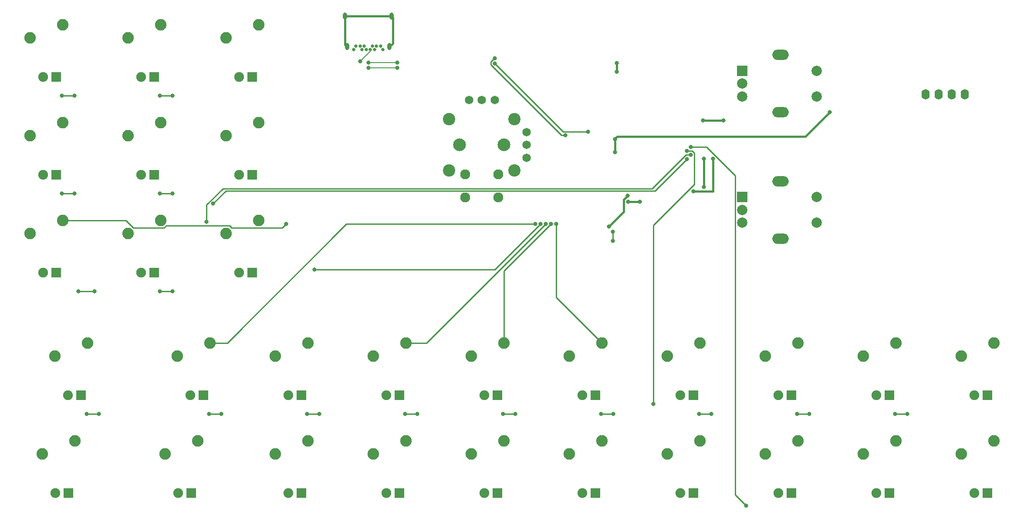
<source format=gbr>
%TF.GenerationSoftware,KiCad,Pcbnew,(6.0.5)*%
%TF.CreationDate,2022-05-15T08:17:35-07:00*%
%TF.ProjectId,3HMouse,33484d6f-7573-4652-9e6b-696361645f70,rev?*%
%TF.SameCoordinates,Original*%
%TF.FileFunction,Copper,L2,Bot*%
%TF.FilePolarity,Positive*%
%FSLAX46Y46*%
G04 Gerber Fmt 4.6, Leading zero omitted, Abs format (unit mm)*
G04 Created by KiCad (PCBNEW (6.0.5)) date 2022-05-15 08:17:35*
%MOMM*%
%LPD*%
G01*
G04 APERTURE LIST*
%TA.AperFunction,ComponentPad*%
%ADD10O,1.600000X2.000000*%
%TD*%
%TA.AperFunction,ComponentPad*%
%ADD11C,0.650000*%
%TD*%
%TA.AperFunction,ComponentPad*%
%ADD12O,0.800000X1.400000*%
%TD*%
%TA.AperFunction,ComponentPad*%
%ADD13C,2.250000*%
%TD*%
%TA.AperFunction,ComponentPad*%
%ADD14C,1.905000*%
%TD*%
%TA.AperFunction,ComponentPad*%
%ADD15R,1.905000X1.905000*%
%TD*%
%TA.AperFunction,WasherPad*%
%ADD16O,3.200000X2.000000*%
%TD*%
%TA.AperFunction,ComponentPad*%
%ADD17R,2.000000X2.000000*%
%TD*%
%TA.AperFunction,ComponentPad*%
%ADD18C,2.000000*%
%TD*%
%TA.AperFunction,ComponentPad*%
%ADD19C,1.950000*%
%TD*%
%TA.AperFunction,ComponentPad*%
%ADD20C,1.650000*%
%TD*%
%TA.AperFunction,ComponentPad*%
%ADD21C,2.400000*%
%TD*%
%TA.AperFunction,ComponentPad*%
%ADD22C,2.475000*%
%TD*%
%TA.AperFunction,ViaPad*%
%ADD23C,0.800000*%
%TD*%
%TA.AperFunction,Conductor*%
%ADD24C,0.200000*%
%TD*%
%TA.AperFunction,Conductor*%
%ADD25C,0.381000*%
%TD*%
%TA.AperFunction,Conductor*%
%ADD26C,0.254000*%
%TD*%
G04 APERTURE END LIST*
D10*
%TO.P,Brd1,4,SDA*%
%TO.N,unconnected-(Brd1-Pad4)*%
X219106250Y-49725000D03*
%TO.P,Brd1,3,SCL*%
%TO.N,unconnected-(Brd1-Pad3)*%
X216566250Y-49725000D03*
%TO.P,Brd1,1,GND*%
%TO.N,GND*%
X211486250Y-49725000D03*
%TO.P,Brd1,2,VCC*%
%TO.N,+5V*%
X214026250Y-49725000D03*
%TD*%
D11*
%TO.P,J1,B1,GND*%
%TO.N,GND*%
X100387500Y-41016250D03*
%TO.P,J1,B2,TX2+*%
%TO.N,unconnected-(J1-PadB2)*%
X100787500Y-40316250D03*
%TO.P,J1,B3,TX2-*%
%TO.N,unconnected-(J1-PadB3)*%
X101587500Y-40316250D03*
%TO.P,J1,B4,VBUS*%
%TO.N,VBUS*%
X101987500Y-41016250D03*
%TO.P,J1,B5,CC2*%
%TO.N,CC2*%
X102387500Y-40316250D03*
%TO.P,J1,B6,D+*%
%TO.N,D+*%
X102787500Y-41016250D03*
%TO.P,J1,B7,D-*%
%TO.N,D-*%
X103587500Y-41016250D03*
%TO.P,J1,B8,SBU2*%
%TO.N,unconnected-(J1-PadB8)*%
X103987500Y-40316250D03*
%TO.P,J1,B9,VBUS*%
%TO.N,VBUS*%
X104387500Y-41016250D03*
%TO.P,J1,B10,RX1-*%
%TO.N,unconnected-(J1-PadB10)*%
X104787500Y-40316250D03*
%TO.P,J1,B11,RX1+*%
%TO.N,unconnected-(J1-PadB11)*%
X105587500Y-40316250D03*
%TO.P,J1,B12,GND*%
%TO.N,GND*%
X105987500Y-41016250D03*
D12*
%TO.P,J1,S1,SHIELD*%
X98697500Y-34466250D03*
X99057500Y-40416250D03*
X107677500Y-34466250D03*
X107317500Y-40416250D03*
%TD*%
D13*
%TO.P,SW29,2*%
%TO.N,COL9*%
X224790000Y-117157500D03*
%TO.P,SW29,1*%
%TO.N,Net-(D29-Pad2)*%
X218440000Y-119697500D03*
D14*
%TO.P,SW29,3*%
%TO.N,N/C*%
X220980000Y-127317500D03*
D15*
%TO.P,SW29,4*%
X223520000Y-127317500D03*
%TD*%
D13*
%TO.P,SW28,2*%
%TO.N,COL9*%
X224790000Y-98107500D03*
%TO.P,SW28,1*%
%TO.N,Net-(D28-Pad2)*%
X218440000Y-100647500D03*
D14*
%TO.P,SW28,3*%
%TO.N,N/C*%
X220980000Y-108267500D03*
D15*
%TO.P,SW28,4*%
X223520000Y-108267500D03*
%TD*%
D13*
%TO.P,SW27,2*%
%TO.N,COL8*%
X205740000Y-117157500D03*
%TO.P,SW27,1*%
%TO.N,Net-(D27-Pad2)*%
X199390000Y-119697500D03*
D14*
%TO.P,SW27,3*%
%TO.N,N/C*%
X201930000Y-127317500D03*
D15*
%TO.P,SW27,4*%
X204470000Y-127317500D03*
%TD*%
D13*
%TO.P,SW26,2*%
%TO.N,COL8*%
X205740000Y-98107500D03*
%TO.P,SW26,1*%
%TO.N,Net-(D26-Pad2)*%
X199390000Y-100647500D03*
D14*
%TO.P,SW26,3*%
%TO.N,N/C*%
X201930000Y-108267500D03*
D15*
%TO.P,SW26,4*%
X204470000Y-108267500D03*
%TD*%
D16*
%TO.P,SW31,*%
%TO.N,*%
X183356250Y-53225000D03*
X183356250Y-42025000D03*
D17*
%TO.P,SW31,A,A*%
%TO.N,unconnected-(SW31-PadA)*%
X175856250Y-45125000D03*
D18*
%TO.P,SW31,B,B*%
%TO.N,unconnected-(SW31-PadB)*%
X175856250Y-50125000D03*
%TO.P,SW31,C,C*%
%TO.N,unconnected-(SW31-PadC)*%
X175856250Y-47625000D03*
%TO.P,SW31,S1*%
%TO.N,N/C*%
X190356250Y-50125000D03*
%TO.P,SW31,S2*%
X190356250Y-45125000D03*
%TD*%
D16*
%TO.P,SW30,*%
%TO.N,*%
X183356250Y-77831250D03*
X183356250Y-66631250D03*
D17*
%TO.P,SW30,A,A*%
%TO.N,unconnected-(SW30-PadA)*%
X175856250Y-69731250D03*
D18*
%TO.P,SW30,B,B*%
%TO.N,unconnected-(SW30-PadB)*%
X175856250Y-74731250D03*
%TO.P,SW30,C,C*%
%TO.N,unconnected-(SW30-PadC)*%
X175856250Y-72231250D03*
%TO.P,SW30,S1*%
%TO.N,N/C*%
X190356250Y-74731250D03*
%TO.P,SW30,S2*%
X190356250Y-69731250D03*
%TD*%
D13*
%TO.P,SW25,2*%
%TO.N,COL7*%
X186690000Y-117157500D03*
%TO.P,SW25,1*%
%TO.N,Net-(D25-Pad2)*%
X180340000Y-119697500D03*
D14*
%TO.P,SW25,3*%
%TO.N,N/C*%
X182880000Y-127317500D03*
D15*
%TO.P,SW25,4*%
X185420000Y-127317500D03*
%TD*%
D13*
%TO.P,SW24,2*%
%TO.N,COL7*%
X186690000Y-98107500D03*
%TO.P,SW24,1*%
%TO.N,Net-(D24-Pad2)*%
X180340000Y-100647500D03*
D14*
%TO.P,SW24,3*%
%TO.N,N/C*%
X182880000Y-108267500D03*
D15*
%TO.P,SW24,4*%
X185420000Y-108267500D03*
%TD*%
D13*
%TO.P,SW23,2*%
%TO.N,COL6*%
X167640000Y-117157500D03*
%TO.P,SW23,1*%
%TO.N,Net-(D23-Pad2)*%
X161290000Y-119697500D03*
D14*
%TO.P,SW23,3*%
%TO.N,N/C*%
X163830000Y-127317500D03*
D15*
%TO.P,SW23,4*%
X166370000Y-127317500D03*
%TD*%
D13*
%TO.P,SW22,2*%
%TO.N,COL6*%
X167640000Y-98107500D03*
%TO.P,SW22,1*%
%TO.N,Net-(D22-Pad2)*%
X161290000Y-100647500D03*
D14*
%TO.P,SW22,3*%
%TO.N,N/C*%
X163830000Y-108267500D03*
D15*
%TO.P,SW22,4*%
X166370000Y-108267500D03*
%TD*%
%TO.P,SW21,4*%
%TO.N,N/C*%
X147320000Y-127317500D03*
D14*
%TO.P,SW21,3*%
X144780000Y-127317500D03*
D13*
%TO.P,SW21,1*%
%TO.N,Net-(D21-Pad2)*%
X142240000Y-119697500D03*
%TO.P,SW21,2*%
%TO.N,COL5*%
X148590000Y-117157500D03*
%TD*%
%TO.P,SW20,2*%
%TO.N,COL5*%
X148590000Y-98107500D03*
%TO.P,SW20,1*%
%TO.N,Net-(D20-Pad2)*%
X142240000Y-100647500D03*
D14*
%TO.P,SW20,3*%
%TO.N,N/C*%
X144780000Y-108267500D03*
D15*
%TO.P,SW20,4*%
X147320000Y-108267500D03*
%TD*%
D13*
%TO.P,SW19,2*%
%TO.N,COL4*%
X129540000Y-117157500D03*
%TO.P,SW19,1*%
%TO.N,Net-(D19-Pad2)*%
X123190000Y-119697500D03*
D14*
%TO.P,SW19,3*%
%TO.N,N/C*%
X125730000Y-127317500D03*
D15*
%TO.P,SW19,4*%
X128270000Y-127317500D03*
%TD*%
D13*
%TO.P,SW18,2*%
%TO.N,COL4*%
X129540000Y-98107500D03*
%TO.P,SW18,1*%
%TO.N,Net-(D18-Pad2)*%
X123190000Y-100647500D03*
D14*
%TO.P,SW18,3*%
%TO.N,N/C*%
X125730000Y-108267500D03*
D15*
%TO.P,SW18,4*%
X128270000Y-108267500D03*
%TD*%
D13*
%TO.P,SW17,2*%
%TO.N,COL3*%
X110490000Y-117157500D03*
%TO.P,SW17,1*%
%TO.N,Net-(D17-Pad2)*%
X104140000Y-119697500D03*
D14*
%TO.P,SW17,3*%
%TO.N,N/C*%
X106680000Y-127317500D03*
D15*
%TO.P,SW17,4*%
X109220000Y-127317500D03*
%TD*%
D13*
%TO.P,SW16,2*%
%TO.N,COL3*%
X110490000Y-98107500D03*
%TO.P,SW16,1*%
%TO.N,Net-(D16-Pad2)*%
X104140000Y-100647500D03*
D14*
%TO.P,SW16,3*%
%TO.N,N/C*%
X106680000Y-108267500D03*
D15*
%TO.P,SW16,4*%
X109220000Y-108267500D03*
%TD*%
D13*
%TO.P,SW15,2*%
%TO.N,COL2*%
X91440000Y-117157500D03*
%TO.P,SW15,1*%
%TO.N,Net-(D15-Pad2)*%
X85090000Y-119697500D03*
D14*
%TO.P,SW15,3*%
%TO.N,N/C*%
X87630000Y-127317500D03*
D15*
%TO.P,SW15,4*%
X90170000Y-127317500D03*
%TD*%
D13*
%TO.P,SW14,2*%
%TO.N,COL2*%
X91440000Y-98107500D03*
%TO.P,SW14,1*%
%TO.N,Net-(D14-Pad2)*%
X85090000Y-100647500D03*
D14*
%TO.P,SW14,3*%
%TO.N,N/C*%
X87630000Y-108267500D03*
D15*
%TO.P,SW14,4*%
X90170000Y-108267500D03*
%TD*%
D13*
%TO.P,SW13,2*%
%TO.N,COL2*%
X81915000Y-74295000D03*
%TO.P,SW13,1*%
%TO.N,Net-(D13-Pad2)*%
X75565000Y-76835000D03*
D14*
%TO.P,SW13,3*%
%TO.N,N/C*%
X78105000Y-84455000D03*
D15*
%TO.P,SW13,4*%
X80645000Y-84455000D03*
%TD*%
D13*
%TO.P,SW12,2*%
%TO.N,COL2*%
X81915000Y-55245000D03*
%TO.P,SW12,1*%
%TO.N,Net-(D12-Pad2)*%
X75565000Y-57785000D03*
D14*
%TO.P,SW12,3*%
%TO.N,N/C*%
X78105000Y-65405000D03*
D15*
%TO.P,SW12,4*%
X80645000Y-65405000D03*
%TD*%
D13*
%TO.P,SW11,2*%
%TO.N,COL2*%
X81915000Y-36195000D03*
%TO.P,SW11,1*%
%TO.N,Net-(D11-Pad2)*%
X75565000Y-38735000D03*
D14*
%TO.P,SW11,3*%
%TO.N,N/C*%
X78105000Y-46355000D03*
D15*
%TO.P,SW11,4*%
X80645000Y-46355000D03*
%TD*%
D13*
%TO.P,SW10,2*%
%TO.N,COL1*%
X70008750Y-117157500D03*
%TO.P,SW10,1*%
%TO.N,Net-(D10-Pad2)*%
X63658750Y-119697500D03*
D14*
%TO.P,SW10,3*%
%TO.N,N/C*%
X66198750Y-127317500D03*
D15*
%TO.P,SW10,4*%
X68738750Y-127317500D03*
%TD*%
D13*
%TO.P,SW9,2*%
%TO.N,COL1*%
X72390000Y-98107500D03*
%TO.P,SW9,1*%
%TO.N,Net-(D9-Pad2)*%
X66040000Y-100647500D03*
D14*
%TO.P,SW9,3*%
%TO.N,N/C*%
X68580000Y-108267500D03*
D15*
%TO.P,SW9,4*%
X71120000Y-108267500D03*
%TD*%
D13*
%TO.P,SW8,2*%
%TO.N,COL1*%
X62865000Y-74295000D03*
%TO.P,SW8,1*%
%TO.N,Net-(D8-Pad2)*%
X56515000Y-76835000D03*
D14*
%TO.P,SW8,3*%
%TO.N,N/C*%
X59055000Y-84455000D03*
D15*
%TO.P,SW8,4*%
X61595000Y-84455000D03*
%TD*%
D13*
%TO.P,SW7,2*%
%TO.N,COL1*%
X62865000Y-55245000D03*
%TO.P,SW7,1*%
%TO.N,Net-(D7-Pad2)*%
X56515000Y-57785000D03*
D14*
%TO.P,SW7,3*%
%TO.N,N/C*%
X59055000Y-65405000D03*
D15*
%TO.P,SW7,4*%
X61595000Y-65405000D03*
%TD*%
D13*
%TO.P,SW6,2*%
%TO.N,COL1*%
X62865000Y-36195000D03*
%TO.P,SW6,1*%
%TO.N,Net-(D6-Pad2)*%
X56515000Y-38735000D03*
D14*
%TO.P,SW6,3*%
%TO.N,N/C*%
X59055000Y-46355000D03*
D15*
%TO.P,SW6,4*%
X61595000Y-46355000D03*
%TD*%
D13*
%TO.P,SW5,2*%
%TO.N,COL0*%
X46196250Y-117157500D03*
%TO.P,SW5,1*%
%TO.N,Net-(D5-Pad2)*%
X39846250Y-119697500D03*
D14*
%TO.P,SW5,3*%
%TO.N,N/C*%
X42386250Y-127317500D03*
D15*
%TO.P,SW5,4*%
X44926250Y-127317500D03*
%TD*%
D13*
%TO.P,SW4,2*%
%TO.N,COL0*%
X48577500Y-98107500D03*
%TO.P,SW4,1*%
%TO.N,Net-(D4-Pad2)*%
X42227500Y-100647500D03*
D14*
%TO.P,SW4,3*%
%TO.N,N/C*%
X44767500Y-108267500D03*
D15*
%TO.P,SW4,4*%
X47307500Y-108267500D03*
%TD*%
D13*
%TO.P,SW3,2*%
%TO.N,COL0*%
X43815000Y-74295000D03*
%TO.P,SW3,1*%
%TO.N,Net-(D3-Pad2)*%
X37465000Y-76835000D03*
D14*
%TO.P,SW3,3*%
%TO.N,N/C*%
X40005000Y-84455000D03*
D15*
%TO.P,SW3,4*%
X42545000Y-84455000D03*
%TD*%
D13*
%TO.P,SW2,2*%
%TO.N,COL0*%
X43815000Y-55245000D03*
%TO.P,SW2,1*%
%TO.N,Net-(D2-Pad2)*%
X37465000Y-57785000D03*
D14*
%TO.P,SW2,3*%
%TO.N,N/C*%
X40005000Y-65405000D03*
D15*
%TO.P,SW2,4*%
X42545000Y-65405000D03*
%TD*%
D13*
%TO.P,SW1,2*%
%TO.N,COL0*%
X43815000Y-36195000D03*
%TO.P,SW1,1*%
%TO.N,Net-(D1-Pad2)*%
X37465000Y-38735000D03*
D14*
%TO.P,SW1,3*%
%TO.N,N/C*%
X40005000Y-46355000D03*
D15*
%TO.P,SW1,4*%
X42545000Y-46355000D03*
%TD*%
D19*
%TO.P,S1,A1,A1*%
%TO.N,unconnected-(S1-PadA1)*%
X121997500Y-65315000D03*
D20*
%TO.P,S1,A11,A11*%
%TO.N,unconnected-(S1-PadA11)*%
X133977500Y-62065000D03*
%TO.P,S1,A12,A12*%
%TO.N,unconnected-(S1-PadA12)*%
X133977500Y-59565000D03*
%TO.P,S1,A13,A13*%
%TO.N,unconnected-(S1-PadA13)*%
X133977500Y-57065000D03*
D19*
%TO.P,S1,B1,B1*%
%TO.N,unconnected-(S1-PadB1)*%
X121997500Y-69815000D03*
D20*
%TO.P,S1,B11,B11*%
%TO.N,unconnected-(S1-PadB11)*%
X127747500Y-50835000D03*
%TO.P,S1,B12,B12*%
%TO.N,unconnected-(S1-PadB12)*%
X125247500Y-50835000D03*
%TO.P,S1,B13,B13*%
%TO.N,unconnected-(S1-PadB13)*%
X122747500Y-50835000D03*
D19*
%TO.P,S1,C1,C1*%
%TO.N,unconnected-(S1-PadC1)*%
X128497500Y-65315000D03*
%TO.P,S1,D1,D1*%
%TO.N,unconnected-(S1-PadD1)*%
X128497500Y-69815000D03*
D21*
%TO.P,S1,MH1,MH1*%
%TO.N,unconnected-(S1-PadMH1)*%
X118922500Y-64565000D03*
%TO.P,S1,MH2,MH2*%
%TO.N,unconnected-(S1-PadMH2)*%
X118922500Y-54565000D03*
%TO.P,S1,MH3,MH3*%
%TO.N,unconnected-(S1-PadMH3)*%
X131572500Y-64565000D03*
%TO.P,S1,MH4,MH4*%
%TO.N,unconnected-(S1-PadMH4)*%
X131572500Y-54565000D03*
D22*
%TO.P,S1,MH5,MH5*%
%TO.N,unconnected-(S1-PadMH5)*%
X120947500Y-59565000D03*
%TO.P,S1,MH6,MH6*%
%TO.N,unconnected-(S1-PadMH6)*%
X129547500Y-59565000D03*
%TD*%
D23*
%TO.N,D-*%
X101612498Y-43275230D03*
%TO.N,GND*%
X192881250Y-53181250D03*
%TO.N,+5V*%
X168275000Y-54768750D03*
X172243750Y-54768750D03*
%TO.N,GND*%
X151130000Y-58420000D03*
X151130000Y-60960000D03*
%TO.N,ROW4*%
X176657000Y-129794000D03*
X165862000Y-59944000D03*
%TO.N,ROW3*%
X158623000Y-109982000D03*
X165108674Y-60741500D03*
%TO.N,ROW2*%
X71755000Y-74549000D03*
X165862000Y-61468000D03*
%TO.N,ROW1*%
X73025000Y-70993000D03*
X165100000Y-62357000D03*
%TO.N,COL5*%
X139724334Y-74951377D03*
%TO.N,COL4*%
X138701142Y-74947142D03*
%TO.N,COL3*%
X137679428Y-74941428D03*
%TO.N,COL2*%
X92710000Y-83820000D03*
X136657714Y-74935714D03*
%TO.N,COL1*%
X135636000Y-74930000D03*
%TO.N,COL0*%
X87249000Y-74930000D03*
%TO.N,+5V*%
X170180000Y-62230000D03*
%TO.N,GND*%
X168402000Y-67790000D03*
X168402000Y-62230000D03*
X149987000Y-75438000D03*
X153593865Y-69440135D03*
X151511000Y-43660000D03*
X151511000Y-45339000D03*
%TO.N,Net-(R1-Pad2)*%
X141478000Y-57716500D03*
X127763868Y-42688499D03*
%TO.N,Net-(R2-Pad2)*%
X145908461Y-56990000D03*
X127762000Y-43688000D03*
%TO.N,D-*%
X108796041Y-44560503D03*
X103211000Y-44560503D03*
%TO.N,D+*%
X103211000Y-43561000D03*
X108796041Y-43561000D03*
%TO.N,ROW0*%
X43656250Y-50006250D03*
X46037500Y-50006250D03*
X62706250Y-50006250D03*
X65087500Y-50006250D03*
%TO.N,ROW1*%
X62706250Y-69056250D03*
X65087500Y-69056250D03*
X43656250Y-69056250D03*
X46037500Y-69056250D03*
%TO.N,ROW2*%
X50006250Y-88106250D03*
X46831250Y-88106250D03*
X62706250Y-88106250D03*
X65087500Y-88106250D03*
%TO.N,ROW3*%
X48418750Y-111918750D03*
X50800000Y-111918750D03*
X72231250Y-111918750D03*
X74612500Y-111918750D03*
X91281250Y-111918750D03*
X93662500Y-111918750D03*
X110331250Y-111918750D03*
X112712500Y-111918750D03*
X129381250Y-111918750D03*
X131762500Y-111918750D03*
X148431250Y-111918750D03*
X150812500Y-111918750D03*
X167481250Y-111918750D03*
X169862500Y-111918750D03*
X186531250Y-111918750D03*
X188912500Y-111918750D03*
X205581250Y-111918750D03*
X207962500Y-111918750D03*
%TO.N,+5V*%
X166370000Y-68580000D03*
%TO.N,Net-(C2-Pad1)*%
X150749000Y-78232000D03*
X150749000Y-76454000D03*
%TO.N,+5V*%
X153648500Y-70612000D03*
X155956000Y-70612000D03*
%TD*%
D24*
%TO.N,D-*%
X101612498Y-43275230D02*
X103587500Y-41300228D01*
X103587500Y-41300228D02*
X103587500Y-41016250D01*
D25*
%TO.N,GND*%
X98697500Y-40056250D02*
X99057500Y-40416250D01*
X98697500Y-34466250D02*
X98697500Y-40056250D01*
X107677500Y-34466250D02*
X98697500Y-34466250D01*
X107946261Y-39787489D02*
X107946261Y-34735011D01*
X107317500Y-40416250D02*
X107946261Y-39787489D01*
X107946261Y-34735011D02*
X107677500Y-34466250D01*
X151606250Y-57943750D02*
X151130000Y-58420000D01*
X188118750Y-57943750D02*
X151606250Y-57943750D01*
X192881250Y-53181250D02*
X188118750Y-57943750D01*
%TO.N,+5V*%
X172243750Y-54768750D02*
X168275000Y-54768750D01*
%TO.N,GND*%
X151130000Y-60960000D02*
X151130000Y-58420000D01*
D26*
%TO.N,ROW4*%
X174529739Y-127666739D02*
X176657000Y-129794000D01*
X174529739Y-65552296D02*
X174529739Y-127666739D01*
X168921443Y-59944000D02*
X174529739Y-65552296D01*
X165862000Y-59944000D02*
X168921443Y-59944000D01*
%TO.N,ROW3*%
X158623000Y-75184000D02*
X158623000Y-109982000D01*
X166588511Y-61167068D02*
X166588511Y-67218489D01*
X166162943Y-60741500D02*
X166588511Y-61167068D01*
X165108674Y-60741500D02*
X166162943Y-60741500D01*
X166588511Y-67218489D02*
X158623000Y-75184000D01*
%TO.N,ROW2*%
X164961557Y-61468000D02*
X158369588Y-68059969D01*
X158369588Y-68059969D02*
X74930588Y-68059969D01*
X165862000Y-61468000D02*
X164961557Y-61468000D01*
X71755000Y-71235557D02*
X71755000Y-74549000D01*
X74930588Y-68059969D02*
X71755000Y-71235557D01*
%TO.N,ROW1*%
X75504511Y-68513489D02*
X73025000Y-70993000D01*
X158943511Y-68513489D02*
X75504511Y-68513489D01*
X165100000Y-62357000D02*
X158943511Y-68513489D01*
D25*
%TO.N,+5V*%
X170180000Y-68580000D02*
X166370000Y-68580000D01*
X170180000Y-62230000D02*
X170180000Y-68580000D01*
D26*
%TO.N,COL5*%
X139724334Y-74951377D02*
X139724334Y-89241834D01*
X139724334Y-89241834D02*
X148590000Y-98107500D01*
%TO.N,COL0*%
X76200000Y-75311000D02*
X63901748Y-75311000D01*
X56027748Y-74295000D02*
X43815000Y-74295000D01*
X76635511Y-75746511D02*
X76200000Y-75311000D01*
X63466237Y-75746511D02*
X57479259Y-75746511D01*
X86432489Y-75746511D02*
X76635511Y-75746511D01*
X63901748Y-75311000D02*
X63466237Y-75746511D01*
X87249000Y-74930000D02*
X86432489Y-75746511D01*
X57479259Y-75746511D02*
X56027748Y-74295000D01*
%TO.N,COL1*%
X98933000Y-74930000D02*
X75755500Y-98107500D01*
X75755500Y-98107500D02*
X72390000Y-98107500D01*
%TO.N,COL3*%
X114513356Y-98107500D02*
X110490000Y-98107500D01*
X137679428Y-74941428D02*
X114513356Y-98107500D01*
%TO.N,COL4*%
X138701142Y-74947142D02*
X129540000Y-84108284D01*
X129540000Y-84108284D02*
X129540000Y-98107500D01*
%TO.N,COL2*%
X127773443Y-83820000D02*
X92710000Y-83820000D01*
X136657714Y-74935714D02*
X136657714Y-74935729D01*
X136657714Y-74935729D02*
X127773443Y-83820000D01*
%TO.N,COL1*%
X135636000Y-74930000D02*
X98933000Y-74930000D01*
D25*
%TO.N,GND*%
X168402000Y-62230000D02*
X168402000Y-67790000D01*
X153593865Y-69440135D02*
X152858489Y-70175511D01*
X152858489Y-72566511D02*
X149987000Y-75438000D01*
X152858489Y-70175511D02*
X152858489Y-72566511D01*
X151511000Y-45339000D02*
X151511000Y-43660000D01*
D26*
%TO.N,Net-(R1-Pad2)*%
X127763868Y-42688499D02*
X127734058Y-42688499D01*
X140763057Y-57716500D02*
X141478000Y-57716500D01*
X127734058Y-42688499D02*
X127035489Y-43387068D01*
X127035489Y-43387068D02*
X127035489Y-43988932D01*
X127035489Y-43988932D02*
X140763057Y-57716500D01*
%TO.N,Net-(R2-Pad2)*%
X141064000Y-56990000D02*
X145908461Y-56990000D01*
X127762000Y-43688000D02*
X141064000Y-56990000D01*
D24*
%TO.N,D-*%
X103211000Y-44560503D02*
X108796041Y-44560503D01*
%TO.N,D+*%
X103211000Y-43561000D02*
X108796041Y-43561000D01*
D26*
%TO.N,ROW0*%
X46037500Y-50006250D02*
X43656250Y-50006250D01*
X65087500Y-50006250D02*
X62706250Y-50006250D01*
%TO.N,ROW1*%
X65087500Y-69056250D02*
X62706250Y-69056250D01*
X46037500Y-69056250D02*
X43656250Y-69056250D01*
%TO.N,ROW2*%
X50006250Y-88106250D02*
X46831250Y-88106250D01*
X65087500Y-88106250D02*
X62706250Y-88106250D01*
%TO.N,ROW3*%
X50800000Y-111918750D02*
X48418750Y-111918750D01*
X74612500Y-111918750D02*
X72231250Y-111918750D01*
X93662500Y-111918750D02*
X91281250Y-111918750D01*
X112712500Y-111918750D02*
X110331250Y-111918750D01*
X131762500Y-111918750D02*
X129381250Y-111918750D01*
X150812500Y-111918750D02*
X148431250Y-111918750D01*
X169862500Y-111918750D02*
X167481250Y-111918750D01*
X188912500Y-111918750D02*
X186531250Y-111918750D01*
X207962500Y-111918750D02*
X205581250Y-111918750D01*
%TO.N,Net-(C2-Pad1)*%
X150749000Y-78232000D02*
X150749000Y-76454000D01*
D25*
%TO.N,+5V*%
X155956000Y-70612000D02*
X153648500Y-70612000D01*
%TD*%
M02*

</source>
